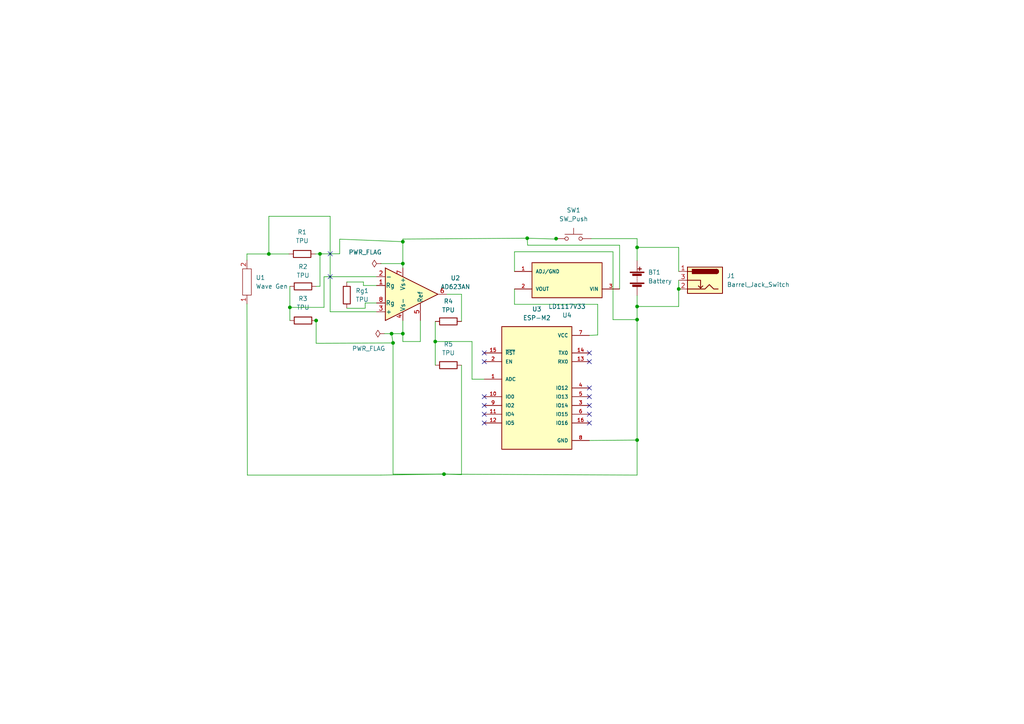
<source format=kicad_sch>
(kicad_sch (version 20211123) (generator eeschema)
  (paper "A4")
  (lib_symbols
    (symbol "Amplifier_Instrumentation:AD623AN" (pin_names (offset 0.127))
      (property "Reference" "U" (at 3.556 7.366 0))
      (property "Value" "AD623AN" (at 6.604 5.334 0))
      (symbol "AD623AN_0_1"
        (polyline (pts (xy -5.08 7.62) (xy -5.08 -7.62) (xy 10.16 0) (xy -5.08 7.62)) (stroke (width 0.254)) (fill (type background)))
      )
      (symbol "AD623AN_1_1"
        (pin passive line (at -7.62 2.54 0) (length 2.54) (name "Rg") (number "1"))
        (pin input line (at -7.62 5.08 0) (length 2.54) (name "-") (number "2"))
        (pin input line (at -7.62 -5.08 0) (length 2.54) (name "+") (number "3"))
        (pin power_in line (at 0 -7.62 90) (length 2.54) (name "Vs-") (number "4"))
        (pin passive line (at 5.08 -7.62 90) (length 5.08) (name "Ref") (number "5"))
        (pin output line (at 12.7 0 180) (length 2.54) (name "~") (number "6"))
        (pin power_in line (at 0 7.62 270) (length 2.54) (name "Vs+") (number "7"))
        (pin passive line (at -7.62 -2.54 0) (length 2.54) (name "Rg") (number "8"))
      )
    )
    (symbol "Connector:Barrel_Jack_Switch" (pin_names hide)
      (property "Reference" "J" (at 0 5.334 0))
      (property "Value" "Barrel_Jack_Switch" (at 0 -5.08 0))
      (symbol "Barrel_Jack_Switch_0_1"
        (rectangle (start -5.08 3.81) (end 5.08 -3.81) (stroke (width 0.254)) (fill (type background)))
        (arc (start -3.302 3.175) (mid -3.937 2.54) (end -3.302 1.905) (stroke (width 0.254)))
        (arc (start -3.302 3.175) (mid -3.937 2.54) (end -3.302 1.905) (stroke (width 0.254)) (fill (type outline)))
        (polyline (pts (xy 1.27 -2.286) (xy 1.905 -1.651)) (stroke (width 0.254)))
        (polyline (pts (xy 5.08 2.54) (xy 3.81 2.54)) (stroke (width 0.254)))
        (polyline (pts (xy 5.08 0) (xy 1.27 0) (xy 1.27 -2.286) (xy 0.635 -1.651)) (stroke (width 0.254)))
        (polyline (pts (xy -3.81 -2.54) (xy -2.54 -2.54) (xy -1.27 -1.27) (xy 0 -2.54) (xy 2.54 -2.54) (xy 5.08 -2.54)) (stroke (width 0.254)))
        (rectangle (start 3.683 3.175) (end -3.302 1.905) (stroke (width 0.254)) (fill (type outline)))
      )
      (symbol "Barrel_Jack_Switch_1_1"
        (pin passive line (at 7.62 2.54 180) (length 2.54) (name "~") (number "1"))
        (pin passive line (at 7.62 -2.54 180) (length 2.54) (name "~") (number "2"))
        (pin passive line (at 7.62 0 180) (length 2.54) (name "~") (number "3"))
      )
    )
    (symbol "Device:Battery" (pin_numbers hide) (pin_names (offset 0) hide)
      (property "Reference" "BT" (at 2.54 2.54 0))
      (property "Value" "Battery" (at 2.54 0 0))
      (symbol "Battery_0_1"
        (rectangle (start -2.032 -1.397) (end 2.032 -1.651) (fill (type outline)))
        (rectangle (start -2.032 1.778) (end 2.032 1.524) (fill (type outline)))
        (rectangle (start -1.3208 -1.9812) (end 1.27 -2.4892) (fill (type outline)))
        (rectangle (start -1.3208 1.1938) (end 1.27 0.6858) (fill (type outline)))
        (polyline (pts (xy 0 -1.524) (xy 0 -1.27)))
        (polyline (pts (xy 0 -1.016) (xy 0 -0.762)))
        (polyline (pts (xy 0 -0.508) (xy 0 -0.254)))
        (polyline (pts (xy 0 0) (xy 0 0.254)))
        (polyline (pts (xy 0 0.508) (xy 0 0.762)))
        (polyline (pts (xy 0 1.778) (xy 0 2.54)))
        (polyline (pts (xy 0.254 2.667) (xy 1.27 2.667)) (stroke (width 0.254)))
        (polyline (pts (xy 0.762 3.175) (xy 0.762 2.159)) (stroke (width 0.254)))
      )
      (symbol "Battery_1_1"
        (pin passive line (at 0 5.08 270) (length 2.54) (name "+") (number "1"))
        (pin passive line (at 0 -5.08 90) (length 2.54) (name "-") (number "2"))
      )
    )
    (symbol "Device:R" (pin_numbers hide) (pin_names (offset 0))
      (property "Reference" "R" (at 2.032 0 90))
      (property "Value" "R" (at 0 0 90))
      (symbol "R_0_1"
        (rectangle (start -1.016 -2.54) (end 1.016 2.54) (stroke (width 0.254)))
      )
      (symbol "R_1_1"
        (pin passive line (at 0 3.81 270) (length 1.27) (name "~") (number "1"))
        (pin passive line (at 0 -3.81 90) (length 1.27) (name "~") (number "2"))
      )
    )
    (symbol "MyStuff:ESP-M2" (pin_names (offset 1.016))
      (property "Reference" "U" (at -10.16 18.288 0))
      (property "Value" "ESP-M2" (at -10.16 -20.32 0))
      (symbol "ESP-M2_0_0"
        (rectangle (start -10.16 -17.78) (end 10.16 17.78) (stroke (width 0.254)) (fill (type background)))
        (pin bidirectional line (at -15.24 2.54 0) (length 5.08) (name "ADC") (number "1"))
        (pin bidirectional line (at -15.24 -2.54 0) (length 5.08) (name "IO0") (number "10"))
        (pin bidirectional line (at -15.24 -7.62 0) (length 5.08) (name "IO4") (number "11"))
        (pin bidirectional line (at -15.24 -10.16 0) (length 5.08) (name "IO5") (number "12"))
        (pin bidirectional line (at 15.24 7.62 180) (length 5.08) (name "RX0") (number "13"))
        (pin bidirectional line (at 15.24 10.16 180) (length 5.08) (name "TX0") (number "14"))
        (pin input line (at -15.24 10.16 0) (length 5.08) (name "~{RST}") (number "15"))
        (pin bidirectional line (at 15.24 -10.16 180) (length 5.08) (name "IO16") (number "16"))
        (pin input line (at -15.24 7.62 0) (length 5.08) (name "EN") (number "2"))
        (pin bidirectional line (at 15.24 -5.08 180) (length 5.08) (name "IO14") (number "3"))
        (pin bidirectional line (at 15.24 0 180) (length 5.08) (name "IO12") (number "4"))
        (pin bidirectional line (at 15.24 -2.54 180) (length 5.08) (name "IO13") (number "5"))
        (pin bidirectional line (at 15.24 -7.62 180) (length 5.08) (name "IO15") (number "6"))
        (pin power_in line (at 15.24 15.24 180) (length 5.08) (name "VCC") (number "7"))
        (pin power_in line (at 15.24 -15.24 180) (length 5.08) (name "GND") (number "8"))
        (pin bidirectional line (at -15.24 -5.08 0) (length 5.08) (name "IO2") (number "9"))
      )
    )
    (symbol "MyStuff:LD1117V33" (pin_names (offset 1.016))
      (property "Reference" "U4" (at 0 10.16 0))
      (property "Value" "LD1117V33" (at 0 7.62 0))
      (symbol "LD1117V33_0_0"
        (rectangle (start -10.16 -5.08) (end 10.16 5.08) (stroke (width 0.254)) (fill (type background)))
        (pin passive line (at 15.24 -2.54 180) (length 5.08) (name "ADJ/GND") (number "1"))
        (pin power_out line (at 15.24 2.54 180) (length 5.08) (name "VOUT") (number "2"))
        (pin input line (at -15.24 2.54 0) (length 5.08) (name "VIN") (number "3"))
      )
    )
    (symbol "New_Library:thing"
      (property "Reference" "U" (at 0 2.54 0))
      (property "Value" "thing" (at 0 1.27 0))
      (symbol "thing_0_1"
        (rectangle (start -3.81 1.27) (end 3.81 -1.27))
      )
      (symbol "thing_1_1"
        (pin input line (at -6.35 0 0) (length 2.54) (name "") (number "1"))
        (pin input line (at 6.35 0 180) (length 2.54) (name "") (number "2"))
      )
    )
    (symbol "Switch:SW_Push" (pin_numbers hide) (pin_names (offset 1.016) hide)
      (property "Reference" "SW" (at 1.27 2.54 0))
      (property "Value" "SW_Push" (at 0 -1.524 0))
      (symbol "SW_Push_0_1"
        (circle (center -2.032 0) (radius 0.508))
        (polyline (pts (xy 0 1.27) (xy 0 3.048)))
        (polyline (pts (xy 2.54 1.27) (xy -2.54 1.27)))
        (circle (center 2.032 0) (radius 0.508))
        (pin passive line (at -5.08 0 0) (length 2.54) (name "1") (number "1"))
        (pin passive line (at 5.08 0 180) (length 2.54) (name "2") (number "2"))
      )
    )
    (symbol "power:PWR_FLAG" (power) (pin_numbers hide) (pin_names (offset 0) hide)
      (property "Value" "PWR_FLAG" (at 0 3.81 0))
      (symbol "PWR_FLAG_0_0"
        (pin power_out line (at 0 0 90) (length 0) (name "pwr") (number "1"))
      )
      (symbol "PWR_FLAG_0_1"
        (polyline (pts (xy 0 0) (xy 0 1.27) (xy -1.016 1.905) (xy 0 2.54) (xy 1.016 1.905) (xy 0 1.27)))
      )
    )
  )
  (junction (at 196.85 83.82))
  (junction (at 113.9952 99.4664))
  (junction (at 152.908 69.088))
  (junction (at 184.785 88.9))
  (junction (at 91.694 92.964))
  (junction (at 92.8116 73.6346))
  (junction (at 184.785 71.755))
  (junction (at 126.238 99.06))
  (junction (at 116.84 76.454))
  (junction (at 128.778 137.5156))
  (junction (at 84.074 89.154))
  (junction (at 184.785 127.635))
  (junction (at 116.84 96.774))
  (junction (at 77.978 73.66))
  (junction (at 161.29 69.215))
  (junction (at 184.785 92.71))
  (junction (at 116.84 70.104))
  (junction (at 113.5634 96.774))
  (no_connect (at 140.462 102.362))
  (no_connect (at 140.462 104.902))
  (no_connect (at 95.758 80.264))
  (no_connect (at 170.942 120.142))
  (no_connect (at 170.942 122.682))
  (no_connect (at 140.462 117.602))
  (no_connect (at 140.462 115.062))
  (no_connect (at 140.462 120.142))
  (no_connect (at 140.462 122.682))
  (no_connect (at 170.942 104.902))
  (no_connect (at 170.942 117.602))
  (no_connect (at 170.942 115.062))
  (no_connect (at 170.942 102.362))
  (no_connect (at 170.942 112.522))
  (no_connect (at 95.758 73.6092))
  (wire (pts (xy 113.9952 137.5156) (xy 128.778 137.5156)))
  (wire (pts (xy 196.85 71.755) (xy 184.785 71.755)))
  (wire (pts (xy 93.98 80.264) (xy 93.98 89.154)))
  (wire (pts (xy 184.785 69.215) (xy 184.785 71.755)))
  (wire (pts (xy 98.5266 69.3674) (xy 116.84 70.104)))
  (wire (pts (xy 116.84 92.964) (xy 116.84 96.774)))
  (wire (pts (xy 179.705 71.12) (xy 153.035 71.12)))
  (wire (pts (xy 84.074 83.058) (xy 84.074 89.154)))
  (wire (pts (xy 92.8116 73.6346) (xy 92.8116 83.0326)))
  (wire (pts (xy 116.84 76.454) (xy 116.84 77.724)))
  (wire (pts (xy 71.628 73.66) (xy 77.978 73.66)))
  (wire (pts (xy 184.785 88.9) (xy 184.785 92.71)))
  (wire (pts (xy 173.355 88.265) (xy 173.355 97.155)))
  (wire (pts (xy 71.755 137.795) (xy 110.49 137.795)))
  (wire (pts (xy 110.49 76.454) (xy 116.84 76.454)))
  (wire (pts (xy 133.858 85.344) (xy 133.858 93.218)))
  (wire (pts (xy 92.8116 73.6346) (xy 91.44 73.66)))
  (wire (pts (xy 84.074 89.154) (xy 84.074 92.964)))
  (wire (pts (xy 113.5634 96.774) (xy 111.506 96.774)))
  (wire (pts (xy 116.84 96.774) (xy 116.84 99.06)))
  (wire (pts (xy 92.8116 73.6346) (xy 98.5266 73.6092)))
  (wire (pts (xy 196.85 83.82) (xy 196.85 88.9)))
  (wire (pts (xy 95.758 62.738) (xy 77.978 62.738)))
  (wire (pts (xy 177.8 73.025) (xy 177.8 92.71)))
  (wire (pts (xy 170.942 97.282) (xy 173.355 97.155)))
  (wire (pts (xy 129.54 85.344) (xy 133.858 85.344)))
  (wire (pts (xy 105.918 87.884) (xy 105.918 89.408)))
  (wire (pts (xy 184.785 92.71) (xy 184.785 127.635)))
  (wire (pts (xy 116.84 96.774) (xy 113.5634 96.774)))
  (wire (pts (xy 109.22 90.424) (xy 95.758 90.424)))
  (wire (pts (xy 121.92 99.06) (xy 116.84 99.06)))
  (wire (pts (xy 184.785 71.755) (xy 184.785 75.565)))
  (wire (pts (xy 161.417 69.342) (xy 161.29 69.215)))
  (wire (pts (xy 170.942 127.762) (xy 184.785 127.635)))
  (wire (pts (xy 196.85 78.74) (xy 196.85 71.755)))
  (wire (pts (xy 105.918 89.408) (xy 100.584 89.408)))
  (wire (pts (xy 149.225 88.265) (xy 173.355 88.265)))
  (wire (pts (xy 126.238 93.218) (xy 126.238 99.06)))
  (wire (pts (xy 152.908 69.088) (xy 161.417 69.342)))
  (wire (pts (xy 149.225 73.025) (xy 177.8 73.025)))
  (wire (pts (xy 77.978 73.66) (xy 83.82 73.66)))
  (wire (pts (xy 105.41 82.804) (xy 105.41 81.788)))
  (wire (pts (xy 133.858 105.918) (xy 133.858 137.668)))
  (wire (pts (xy 126.238 99.06) (xy 126.238 105.918)))
  (wire (pts (xy 113.9952 99.4664) (xy 113.9952 137.5156)))
  (wire (pts (xy 93.98 89.154) (xy 84.074 89.154)))
  (wire (pts (xy 149.225 78.74) (xy 149.225 73.025)))
  (wire (pts (xy 113.9952 99.4664) (xy 113.5634 96.774)))
  (wire (pts (xy 109.22 82.804) (xy 105.41 82.804)))
  (wire (pts (xy 98.5266 73.6092) (xy 98.5266 69.3674)))
  (wire (pts (xy 95.758 90.424) (xy 95.758 62.738)))
  (wire (pts (xy 171.45 69.215) (xy 184.785 69.215)))
  (wire (pts (xy 184.785 127.635) (xy 184.785 137.795)))
  (wire (pts (xy 121.92 92.964) (xy 121.92 99.06)))
  (wire (pts (xy 126.238 99.06) (xy 136.906 99.06)))
  (wire (pts (xy 153.035 71.12) (xy 152.908 69.088)))
  (wire (pts (xy 133.858 137.668) (xy 128.778 137.5156)))
  (wire (pts (xy 109.22 87.884) (xy 105.918 87.884)))
  (wire (pts (xy 196.85 88.9) (xy 184.785 88.9)))
  (wire (pts (xy 77.978 62.738) (xy 77.978 73.66)))
  (wire (pts (xy 136.906 99.06) (xy 136.906 109.982)))
  (wire (pts (xy 136.906 109.982) (xy 140.462 109.982)))
  (wire (pts (xy 196.85 81.28) (xy 196.85 83.82)))
  (wire (pts (xy 91.694 99.568) (xy 113.9952 99.4664)))
  (wire (pts (xy 116.84 69.342) (xy 152.908 69.088)))
  (wire (pts (xy 92.8116 83.0326) (xy 91.694 83.058)))
  (wire (pts (xy 184.785 85.725) (xy 184.785 88.9)))
  (wire (pts (xy 110.49 137.795) (xy 128.778 137.5156)))
  (wire (pts (xy 91.694 92.964) (xy 91.694 99.568)))
  (wire (pts (xy 177.8 92.71) (xy 184.785 92.71)))
  (wire (pts (xy 116.84 70.104) (xy 116.84 76.454)))
  (wire (pts (xy 91.694 92.9132) (xy 91.694 92.964)))
  (wire (pts (xy 128.778 137.5156) (xy 184.785 137.795)))
  (wire (pts (xy 116.84 69.342) (xy 116.84 70.104)))
  (wire (pts (xy 149.225 83.82) (xy 149.225 88.265)))
  (wire (pts (xy 71.628 73.66) (xy 71.628 75.438)))
  (wire (pts (xy 105.41 81.788) (xy 100.584 81.788)))
  (wire (pts (xy 71.628 88.138) (xy 71.755 137.795)))
  (wire (pts (xy 109.22 80.264) (xy 93.98 80.264)))
  (wire (pts (xy 179.705 83.82) (xy 179.705 71.12)))
  (symbol (lib_id "Device:Battery") (at 184.785 80.645 0) (unit 1)
    (property "Reference" "BT1" (at 187.96 78.9939 0) (effects (justify left)))
    (property "Value" "Battery" (at 187.96 81.5339 0) (effects (justify left)))
    (property "Footprint" "MyStuff:Battery" (effects hide))
  )
  (symbol (lib_id "power:PWR_FLAG") (at 110.49 76.454 90) (unit 1)
    (property "Reference" "#FLG0101" (effects hide))
    (property "Value" "PWR_FLAG" (at 110.744 73.152 90) (effects (justify left)))
  )
  (symbol (lib_id "Device:R") (at 87.884 83.058 90) (unit 1)
    (property "Reference" "R2" (at 87.884 77.343 90))
    (property "Value" "TPU" (at 87.884 79.883 90))
    (property "Footprint" "4DPrinting:TPU" (effects hide))
  )
  (symbol (lib_id "power:PWR_FLAG") (at 111.506 96.774 90) (unit 1)
    (property "Reference" "#FLG0102" (effects hide))
    (property "Value" "PWR_FLAG" (at 111.76 101.092 90) (effects (justify left)))
  )
  (symbol (lib_id "New_Library:thing") (at 71.628 81.788 90) (unit 1)
    (property "Reference" "U1" (at 74.168 80.5179 90) (effects (justify right)))
    (property "Value" "Wave Gen" (at 74.168 83.0579 90) (effects (justify right)))
    (property "Footprint" "4DPrinting:wave_gen" (effects hide))
  )
  (symbol (lib_id "Device:R") (at 87.884 92.964 90) (unit 1)
    (property "Reference" "R3" (at 87.884 86.614 90))
    (property "Value" "TPU" (at 87.884 89.154 90))
    (property "Footprint" "4DPrinting:TPU" (effects hide))
  )
  (symbol (lib_id "MyStuff:ESP-M2") (at 155.702 112.522 0) (unit 1)
    (property "Reference" "U3" (at 155.702 89.662 0))
    (property "Value" "ESP-M2" (at 155.702 92.202 0))
    (property "Footprint" "4DPrinting:MODULE_ESP-M2" (effects hide))
    (property "MANUFACTURER" "Doctors of Intelligence & Technology Co., LTD" (effects hide))
    (property "SNAPEDA_PN" "ESP-M2" (effects hide))
    (property "PARTREV" "V1.0" (effects hide))
    (property "MAXIMUM_PACKAGE_HEIGHT" "3.0 mm" (effects hide))
    (property "STANDARD" "Manufacturer Recommendations" (effects hide))
  )
  (symbol (lib_id "Amplifier_Instrumentation:AD623AN") (at 116.84 85.344 0) (unit 1)
    (property "Reference" "U2" (at 132.08 80.645 0))
    (property "Value" "AD623AN" (at 132.08 83.185 0))
    (property "Footprint" "4DPrinting:custom_lf356" (effects hide))
    (property "Datasheet" "https://www.analog.com/media/en/technical-documentation/data-sheets/AD623.pdf" (effects hide))
  )
  (symbol (lib_id "Device:R") (at 100.584 85.598 0) (unit 1)
    (property "Reference" "Rg1" (at 103.124 84.3279 0) (effects (justify left)))
    (property "Value" "TPU" (at 103.124 86.8679 0) (effects (justify left)))
    (property "Footprint" "MyStuff:TPU" (effects hide))
  )
  (symbol (lib_id "Device:R") (at 87.63 73.66 90) (unit 1)
    (property "Reference" "R1" (at 87.63 67.31 90))
    (property "Value" "TPU" (at 87.63 69.85 90))
    (property "Footprint" "4DPrinting:TPU" (effects hide))
  )
  (symbol (lib_id "MyStuff:LD1117V33") (at 164.465 81.28 180) (unit 1)
    (property "Reference" "U4" (at 164.465 91.44 0))
    (property "Value" "LD1117V33" (at 164.465 88.9 0))
    (property "Footprint" "4DPrinting:voltage_regulator" (effects hide))
    (property "MANUFACTURER" "ST Microelectronics" (effects hide))
    (property "PARTREV" "37" (effects hide))
    (property "STANDARD" "IPC-7351B" (effects hide))
    (property "MAXIMUM_PACKAGE_HEIGHT" "19.68mm" (effects hide))
  )
  (symbol (lib_id "Switch:SW_Push") (at 166.37 69.215 0) (unit 1)
    (property "Reference" "SW1" (at 166.37 60.96 0))
    (property "Value" "SW_Push" (at 166.37 63.5 0))
    (property "Footprint" "MyStuff:switch" (effects hide))
  )
  (symbol (lib_id "Device:R") (at 130.048 105.918 90) (unit 1)
    (property "Reference" "R5" (at 130.048 99.822 90))
    (property "Value" "TPU" (at 130.048 102.362 90))
    (property "Footprint" "4DPrinting:TPU" (effects hide))
  )
  (symbol (lib_id "Connector:Barrel_Jack_Switch") (at 204.47 81.28 0) (mirror y) (unit 1)
    (property "Reference" "J1" (at 210.82 80.0099 0) (effects (justify right)))
    (property "Value" "Barrel_Jack_Switch" (at 210.82 82.5499 0) (effects (justify right)))
    (property "Footprint" "4DPrinting:charge_port" (effects hide))
  )
  (symbol (lib_id "Device:R") (at 130.048 93.218 90) (unit 1)
    (property "Reference" "R4" (at 130.048 87.376 90))
    (property "Value" "TPU" (at 130.048 89.916 90))
    (property "Footprint" "4DPrinting:TPU" (effects hide))
  )
)
</source>
